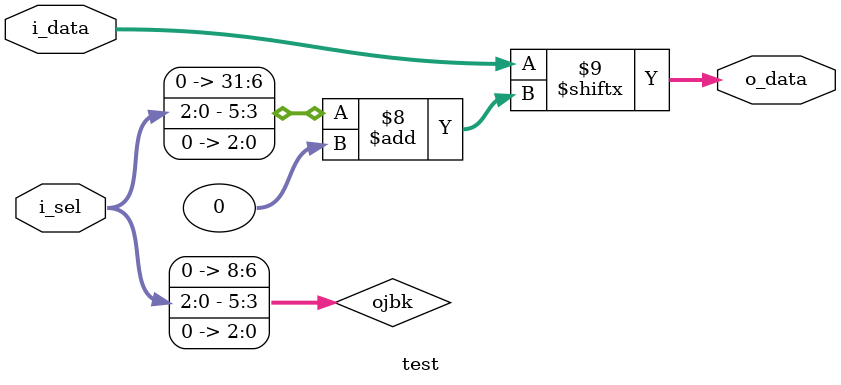
<source format=v>
`timescale 1ns / 1ps


module test
#(
	parameter N	= 8,
	parameter M	= 8
)
(
	input	[N*M-1:0]	i_data,
	input	[log2(N)-1:0]	i_sel,
	output reg	[M-1:0]	o_data
);
wire [log2(N)*log2(N)-1:0] ojbk;
assign ojbk = i_sel << log2(N);
//assign o_data = i_data[ojbk+:M];
//wire [1:0]log_result = log2(N);
//assign o_data = i_data[7:0];

// function integer clogb2 (input integer depth);
// 	begin
// 		for(clogb2=0; depth>0; clogb2=clogb2+1)
// 		depth = depth >> 1;
// 	end
// endfunction
always @ (*)
begin
  o_data = i_data[ojbk+:M];
end

function integer log2;
  input integer value;
  begin
    value = value-1;
    for (log2=0; value>0; log2=log2+1)
      value = value>>1;
  end


endfunction
endmodule

</source>
